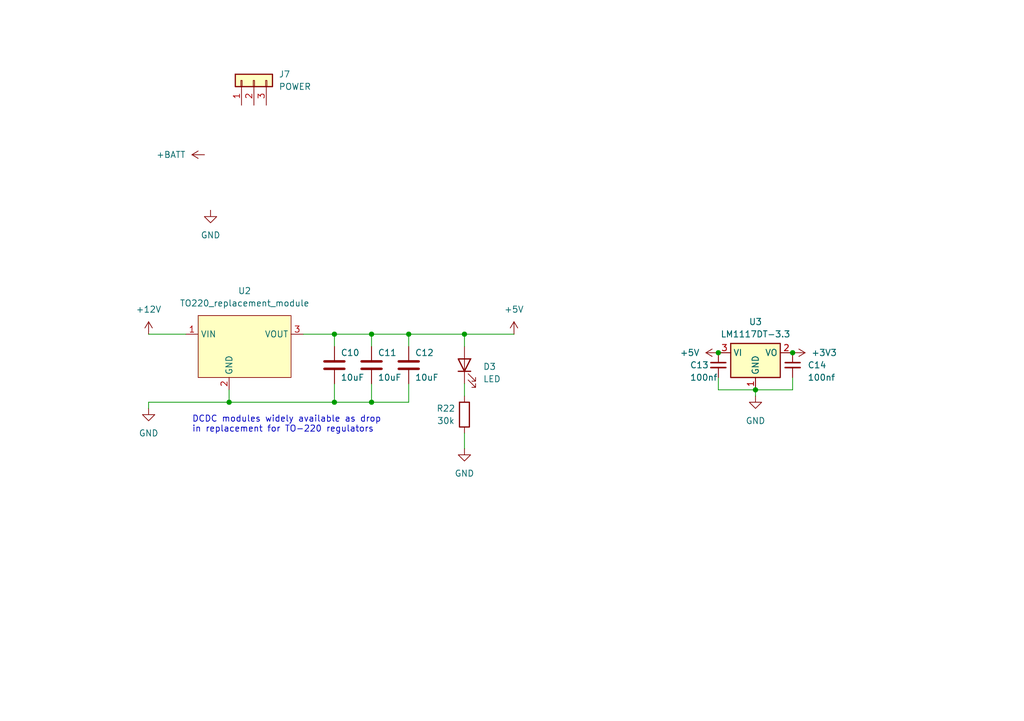
<source format=kicad_sch>
(kicad_sch (version 20231120) (generator "eeschema") (generator_version "8.0")
  (paper "A5")
  (title_block (title "Regulators") (rev "0.1"))
  (lib_symbols
    (symbol "CCC_ESC_Custom_Symbols:TO220_replacement_module"
      (property "Reference" "U" (at -3.81 1.27 0))
      (property "Value" "TO220_replacement_module" (at 1.27 3.81 0))
      (symbol "TO220_replacement_module_0_1"
        (rectangle (start 0 0) (end 19.05 -12.7) (fill (type background)))
      )
      (symbol "TO220_replacement_module_1_1"
        (pin bidirectional line (at -2.54 -3.81 0) (length 2.54) (name "VIN") (number "1"))
        (pin bidirectional line (at 6.35 -15.24 90) (length 2.54) (name "GND") (number "2"))
        (pin bidirectional line (at 21.59 -3.81 180) (length 2.54) (name "VOUT") (number "3"))
      )
    )
    (symbol "Connector_Generic:Conn_01x03" (pin_names (offset 1.016) hide)
      (property "Reference" "J" (at 0 5.08 0))
      (property "Value" "Conn_01x03" (at 0 -5.08 0))
      (symbol "Conn_01x03_1_1"
        (rectangle (start -1.27 -2.413) (end 0 -2.667) (stroke (width 0.1524)))
        (rectangle (start -1.27 0.127) (end 0 -0.127) (stroke (width 0.1524)))
        (rectangle (start -1.27 2.667) (end 0 2.413) (stroke (width 0.1524)))
        (rectangle (start -1.27 3.81) (end 1.27 -3.81) (stroke (width 0.254)) (fill (type background)))
        (pin passive line (at -5.08 2.54 0) (length 3.81) (name "Pin_1") (number "1"))
        (pin passive line (at -5.08 0 0) (length 3.81) (name "Pin_2") (number "2"))
        (pin passive line (at -5.08 -2.54 0) (length 3.81) (name "Pin_3") (number "3"))
      )
    )
    (symbol "Device:C" (pin_numbers hide) (pin_names (offset 0.254))
      (property "Reference" "C" (at 0.635 2.54 0))
      (property "Value" "C" (at 0.635 -2.54 0))
      (symbol "C_0_1"
        (polyline (pts (xy -2.032 -0.762) (xy 2.032 -0.762)) (stroke (width 0.508)))
        (polyline (pts (xy -2.032 0.762) (xy 2.032 0.762)) (stroke (width 0.508)))
      )
      (symbol "C_1_1"
        (pin passive line (at 0 3.81 270) (length 2.794) (name "~") (number "1"))
        (pin passive line (at 0 -3.81 90) (length 2.794) (name "~") (number "2"))
      )
    )
    (symbol "Device:C_Small" (pin_numbers hide) (pin_names (offset 0.254) hide)
      (property "Reference" "C" (at 0.254 1.778 0))
      (property "Value" "C_Small" (at 0.254 -2.032 0))
      (symbol "C_Small_0_1"
        (polyline (pts (xy -1.524 -0.508) (xy 1.524 -0.508)) (stroke (width 0.3302)))
        (polyline (pts (xy -1.524 0.508) (xy 1.524 0.508)) (stroke (width 0.3048)))
      )
      (symbol "C_Small_1_1"
        (pin passive line (at 0 2.54 270) (length 2.032) (name "~") (number "1"))
        (pin passive line (at 0 -2.54 90) (length 2.032) (name "~") (number "2"))
      )
    )
    (symbol "Device:LED" (pin_numbers hide) (pin_names (offset 1.016) hide)
      (property "Reference" "D" (at 0 2.54 0))
      (property "Value" "LED" (at 0 -2.54 0))
      (symbol "LED_0_1"
        (polyline (pts (xy -1.27 -1.27) (xy -1.27 1.27)) (stroke (width 0.254)))
        (polyline (pts (xy -1.27 0) (xy 1.27 0)))
        (polyline (pts (xy 1.27 -1.27) (xy 1.27 1.27) (xy -1.27 0) (xy 1.27 -1.27)) (stroke (width 0.254)))
        (polyline (pts (xy -3.048 -0.762) (xy -4.572 -2.286) (xy -3.81 -2.286) (xy -4.572 -2.286) (xy -4.572 -1.524)))
        (polyline (pts (xy -1.778 -0.762) (xy -3.302 -2.286) (xy -2.54 -2.286) (xy -3.302 -2.286) (xy -3.302 -1.524)))
      )
      (symbol "LED_1_1"
        (pin passive line (at -3.81 0 0) (length 2.54) (name "K") (number "1"))
        (pin passive line (at 3.81 0 180) (length 2.54) (name "A") (number "2"))
      )
    )
    (symbol "Device:R" (pin_numbers hide) (pin_names (offset 0))
      (property "Reference" "R" (at 2.032 0 90))
      (property "Value" "R" (at 0 0 90))
      (symbol "R_0_1"
        (rectangle (start -1.016 -2.54) (end 1.016 2.54) (stroke (width 0.254)))
      )
      (symbol "R_1_1"
        (pin passive line (at 0 3.81 270) (length 1.27) (name "~") (number "1"))
        (pin passive line (at 0 -3.81 90) (length 1.27) (name "~") (number "2"))
      )
    )
    (symbol "Regulator_Linear:LM1117DT-3.3"
      (property "Reference" "U" (at -3.81 3.175 0))
      (property "Value" "LM1117DT-3.3" (at 0 3.175 0))
      (symbol "LM1117DT-3.3_0_1"
        (rectangle (start -5.08 -5.08) (end 5.08 1.905) (stroke (width 0.254)) (fill (type background)))
      )
      (symbol "LM1117DT-3.3_1_1"
        (pin power_in line (at 0 -7.62 90) (length 2.54) (name "GND") (number "1"))
        (pin power_out line (at 7.62 0 180) (length 2.54) (name "VO") (number "2"))
        (pin power_in line (at -7.62 0 0) (length 2.54) (name "VI") (number "3"))
      )
    )
    (symbol "power:+12V" (power) (pin_numbers hide) (pin_names (offset 0) hide)
      (property "Value" "+12V" (at 0 3.556 0))
      (symbol "+12V_0_1"
        (polyline (pts (xy -0.762 1.27) (xy 0 2.54)))
        (polyline (pts (xy 0 0) (xy 0 2.54)))
        (polyline (pts (xy 0 2.54) (xy 0.762 1.27)))
      )
      (symbol "+12V_1_1"
        (pin power_in line (at 0 0 90) (length 0) (name "~") (number "1"))
      )
    )
    (symbol "power:+3V3" (power) (pin_numbers hide) (pin_names (offset 0) hide)
      (property "Value" "+3V3" (at 0 3.556 0))
      (symbol "+3V3_0_1"
        (polyline (pts (xy -0.762 1.27) (xy 0 2.54)))
        (polyline (pts (xy 0 0) (xy 0 2.54)))
        (polyline (pts (xy 0 2.54) (xy 0.762 1.27)))
      )
      (symbol "+3V3_1_1"
        (pin power_in line (at 0 0 90) (length 0) (name "~") (number "1"))
      )
    )
    (symbol "power:+5V" (power) (pin_numbers hide) (pin_names (offset 0) hide)
      (property "Value" "+5V" (at 0 3.556 0))
      (symbol "+5V_0_1"
        (polyline (pts (xy -0.762 1.27) (xy 0 2.54)))
        (polyline (pts (xy 0 0) (xy 0 2.54)))
        (polyline (pts (xy 0 2.54) (xy 0.762 1.27)))
      )
      (symbol "+5V_1_1"
        (pin power_in line (at 0 0 90) (length 0) (name "~") (number "1"))
      )
    )
    (symbol "power:+BATT" (power) (pin_numbers hide) (pin_names (offset 0) hide)
      (property "Value" "+BATT" (at 0 3.556 0))
      (symbol "+BATT_0_1"
        (polyline (pts (xy -0.762 1.27) (xy 0 2.54)))
        (polyline (pts (xy 0 0) (xy 0 2.54)))
        (polyline (pts (xy 0 2.54) (xy 0.762 1.27)))
      )
      (symbol "+BATT_1_1"
        (pin power_in line (at 0 0 90) (length 0) (name "~") (number "1"))
      )
    )
    (symbol "power:GND" (power) (pin_numbers hide) (pin_names (offset 0) hide)
      (property "Value" "GND" (at 0 -3.81 0))
      (symbol "GND_0_1"
        (polyline (pts (xy 0 0) (xy 0 -1.27) (xy 1.27 -1.27) (xy 0 -2.54) (xy -1.27 -1.27) (xy 0 -1.27)))
      )
      (symbol "GND_1_1"
        (pin power_in line (at 0 0 270) (length 0) (name "~") (number "1"))
      )
    )
  )
  (junction (at 76.2 68.58))
  (junction (at 68.58 82.55))
  (junction (at 83.82 68.58))
  (junction (at 95.25 68.58))
  (junction (at 154.94 80.01))
  (junction (at 76.2 82.55))
  (junction (at 147.32 72.39))
  (junction (at 162.56 72.39))
  (junction (at 46.99 82.55))
  (junction (at 68.58 68.58))
  (wire (pts (xy 162.56 77.47) (xy 162.56 80.01)))
  (wire (pts (xy 154.94 80.01) (xy 162.56 80.01)))
  (wire (pts (xy 147.32 80.01) (xy 147.32 77.47)))
  (wire (pts (xy 30.48 68.58) (xy 38.1 68.58)))
  (wire (pts (xy 95.25 68.58) (xy 95.25 71.12)))
  (wire (pts (xy 30.48 82.55) (xy 46.99 82.55)))
  (wire (pts (xy 83.82 78.74) (xy 83.82 82.55)))
  (wire (pts (xy 95.25 78.74) (xy 95.25 81.28)))
  (wire (pts (xy 62.23 68.58) (xy 68.58 68.58)))
  (wire (pts (xy 68.58 78.74) (xy 68.58 82.55)))
  (wire (pts (xy 76.2 68.58) (xy 76.2 71.12)))
  (wire (pts (xy 95.25 68.58) (xy 105.41 68.58)))
  (wire (pts (xy 95.25 88.9) (xy 95.25 92.075)))
  (wire (pts (xy 76.2 82.55) (xy 68.58 82.55)))
  (wire (pts (xy 83.82 68.58) (xy 83.82 71.12)))
  (wire (pts (xy 68.58 68.58) (xy 76.2 68.58)))
  (wire (pts (xy 76.2 68.58) (xy 83.82 68.58)))
  (wire (pts (xy 83.82 82.55) (xy 76.2 82.55)))
  (wire (pts (xy 46.99 82.55) (xy 46.99 80.01)))
  (wire (pts (xy 68.58 68.58) (xy 68.58 71.12)))
  (wire (pts (xy 154.94 80.01) (xy 147.32 80.01)))
  (wire (pts (xy 83.82 68.58) (xy 95.25 68.58)))
  (wire (pts (xy 46.99 82.55) (xy 68.58 82.55)))
  (wire (pts (xy 76.2 78.74) (xy 76.2 82.55)))
  (wire (pts (xy 154.94 81.28) (xy 154.94 80.01)))
  (wire (pts (xy 30.48 83.82) (xy 30.48 82.55)))
  (text "DCDC modules widely available as drop\nin replacement for TO-220 regulators" (at 39.37 88.9 0) (effects (font (size 1.27 1.27)) (justify left bottom)))
  (symbol (lib_id "Regulator_Linear:LM1117DT-3.3") (at 154.94 72.39 0) (unit 1)
    (property "Reference" "U3" (at 154.94 66.04 0))
    (property "Value" "LM1117DT-3.3" (at 154.94 68.58 0))
    (property "Footprint" "Package_TO_SOT_SMD:SOT-223-3_TabPin2" (effects (hide yes)))
    (property "Datasheet" "http://www.ti.com/lit/ds/symlink/lm1117.pdf" (effects (hide yes)))
    (property "Description" "800mA Low-Dropout Linear Regulator, 3.3V fixed output, TO-252" (effects (hide yes)))
    (property "LCSC" "C126027" (effects (hide yes)))
  )
  (symbol (lib_id "CCC_ESC_Custom_Symbols:TO220_replacement_module") (at 40.64 64.77 0) (unit 1)
    (property "Reference" "U2" (at 50.165 59.69 0))
    (property "Value" "TO220_replacement_module" (at 50.165 62.23 0))
    (property "Footprint" "CCC_ESC_Custom_parts:TO220_replacement_module" (effects (hide yes)))
  )
  (symbol (lib_id "power:+12V") (at 30.48 68.58 0) (unit 1)
    (property "Reference" "#PWR017" (effects (hide yes)))
    (property "Value" "+12V" (at 30.48 63.5 0))
    (property "Description" "Power symbol creates a global label with name \"+12V\"" (effects (hide yes)))
  )
  (symbol (lib_id "Device:C") (at 83.82 74.93 0) (unit 1)
    (property "Reference" "C12" (at 85.09 72.39 0) (effects (justify left)))
    (property "Value" "10uF" (at 85.09 77.47 0) (effects (justify left)))
    (property "Footprint" "Capacitor_SMD:C_0603_1608Metric" (effects (hide yes)))
    (property "MFR PT" "CL10A106MA8NRNCCopy" (effects (hide yes)))
    (property "LCSC" "C96446" (effects (hide yes)))
  )
  (symbol (lib_id "power:GND") (at 30.48 83.82 0) (unit 1)
    (property "Reference" "#PWR014" (effects (hide yes)))
    (property "Value" "GND" (at 30.48 88.9 0))
  )
  (symbol (lib_id "Device:C") (at 76.2 74.93 0) (unit 1)
    (property "Reference" "C11" (at 77.47 72.39 0) (effects (justify left)))
    (property "Value" "10uF" (at 77.47 77.47 0) (effects (justify left)))
    (property "Footprint" "Capacitor_SMD:C_0603_1608Metric" (effects (hide yes)))
    (property "MFR PT" "CL10A106MA8NRNCCopy" (effects (hide yes)))
    (property "LCSC" "C96446" (effects (hide yes)))
  )
  (symbol (lib_id "power:+BATT") (at 41.91 31.75 90) (unit 1)
    (property "Reference" "#PWR097" (effects (hide yes)))
    (property "Value" "+BATT" (at 38.1 31.7499 90) (effects (justify left)))
    (property "Description" "Power symbol creates a global label with name \"+BATT\"" (effects (hide yes)))
  )
  (symbol (lib_id "power:+3V3") (at 162.56 72.39 270) (unit 1)
    (property "Reference" "#PWR021" (effects (hide yes)))
    (property "Value" "+3V3" (at 166.37 72.3899 90) (effects (justify left)))
    (property "Description" "Power symbol creates a global label with name \"+3V3\"" (effects (hide yes)))
  )
  (symbol (lib_id "Device:C") (at 68.58 74.93 0) (unit 1)
    (property "Reference" "C10" (at 69.85 72.39 0) (effects (justify left)))
    (property "Value" "10uF" (at 69.85 77.47 0) (effects (justify left)))
    (property "Footprint" "Capacitor_SMD:C_0603_1608Metric" (effects (hide yes)))
    (property "MFR PT" "CL10A106MA8NRNCCopy" (effects (hide yes)))
    (property "LCSC" "C96446" (effects (hide yes)))
  )
  (symbol (lib_id "power:+5V") (at 105.41 68.58 0) (unit 1)
    (property "Reference" "#PWR018" (effects (hide yes)))
    (property "Value" "+5V" (at 105.41 63.5 0))
    (property "Description" "Power symbol creates a global label with name \"+5V\"" (effects (hide yes)))
  )
  (symbol (lib_id "power:+5V") (at 147.32 72.39 90) (unit 1)
    (property "Reference" "#PWR019" (effects (hide yes)))
    (property "Value" "+5V" (at 143.51 72.3899 90) (effects (justify left)))
    (property "Description" "Power symbol creates a global label with name \"+5V\"" (effects (hide yes)))
  )
  (symbol (lib_id "power:GND") (at 43.18 43.18 0) (unit 1)
    (property "Reference" "#PWR0116" (effects (hide yes)))
    (property "Value" "GND" (at 43.18 48.26 0))
    (property "Description" "Power symbol creates a global label with name \"GND\" , ground" (effects (hide yes)))
  )
  (symbol (lib_id "Device:R") (at 95.25 85.09 180) (unit 1)
    (property "Reference" "R22" (at 91.44 83.82 0))
    (property "Value" "30k" (at 91.44 86.36 0))
    (property "Footprint" "Resistor_SMD:R_0603_1608Metric" (effects (hide yes)))
    (property "MFR PT" "0603WAF3002T5E" (effects (hide yes)))
    (property "LCSC" "C22984" (effects (hide yes)))
  )
  (symbol (lib_id "Device:LED") (at 95.25 74.93 90) (unit 1)
    (property "Reference" "D3" (at 99.06 75.2474 90) (effects (justify right)))
    (property "Value" "LED" (at 99.06 77.7874 90) (effects (justify right)))
    (property "Footprint" "LED_SMD:LED_0603_1608Metric" (effects (hide yes)))
    (property "LCSC" "C72041" (effects (hide yes)))
    (property "MFR PT" "19-217/BHC-ZL1M2RY/3T" (effects (hide yes)))
  )
  (symbol (lib_id "power:GND") (at 95.25 92.075 0) (unit 1)
    (property "Reference" "#PWR015" (effects (hide yes)))
    (property "Value" "GND" (at 95.25 97.155 0))
  )
  (symbol (lib_id "Device:C_Small") (at 162.56 74.93 0) (unit 1)
    (property "Reference" "C14" (at 165.608 74.93 0) (effects (justify left)))
    (property "Value" "100nf" (at 165.608 77.47 0) (effects (justify left)))
    (property "Footprint" "Capacitor_SMD:C_0603_1608Metric" (effects (hide yes)))
    (property "Description" "Unpolarized capacitor, small symbol" (effects (hide yes)))
    (property "LCSC" "C1952781" (effects (hide yes)))
  )
  (symbol (lib_id "Device:C_Small") (at 147.32 74.93 0) (unit 1)
    (property "Reference" "C13" (at 141.478 74.93 0) (effects (justify left)))
    (property "Value" "100nf" (at 141.478 77.47 0) (effects (justify left)))
    (property "Footprint" "Capacitor_SMD:C_0603_1608Metric" (effects (hide yes)))
    (property "Description" "Unpolarized capacitor, small symbol" (effects (hide yes)))
    (property "LCSC" "C122257" (effects (hide yes)))
  )
  (symbol (lib_id "power:GND") (at 154.94 81.28 0) (unit 1)
    (property "Reference" "#PWR020" (effects (hide yes)))
    (property "Value" "GND" (at 154.94 86.36 0))
    (property "Description" "Power symbol creates a global label with name \"GND\" , ground" (effects (hide yes)))
  )
  (symbol (lib_id "Connector_Generic:Conn_01x03") (at 52.07 16.51 90) (unit 1)
    (property "Reference" "J7" (at 57.15 15.2399 90) (effects (justify right)))
    (property "Value" "POWER" (at 57.15 17.7799 90) (effects (justify right)))
    (property "Footprint" "Connector_JST:JST_GH_BM03B-GHS-TBT_1x03-1MP_P1.25mm_Vertical" (effects (hide yes)))
    (property "Description" "Generic connector, single row, 01x03, script generated (kicad-library-utils/schlib/autogen/connector/)" (effects (hide yes)))
  )
)
</source>
